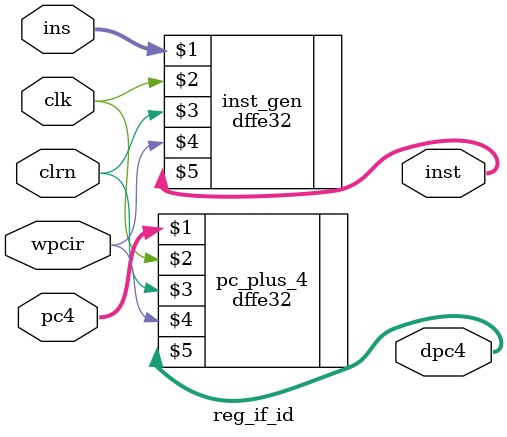
<source format=v>
module reg_if_id(pc4,ins,wpcir,clk,clrn,dpc4,inst);
	input[31:0] pc4,ins;
	input wpcir,clk,clrn;
	output[31:0] dpc4,inst;
	dffe32 pc_plus_4(pc4,clk,clrn,wpcir,dpc4);
	dffe32 inst_gen(ins,clk,clrn,wpcir,inst);
endmodule
</source>
